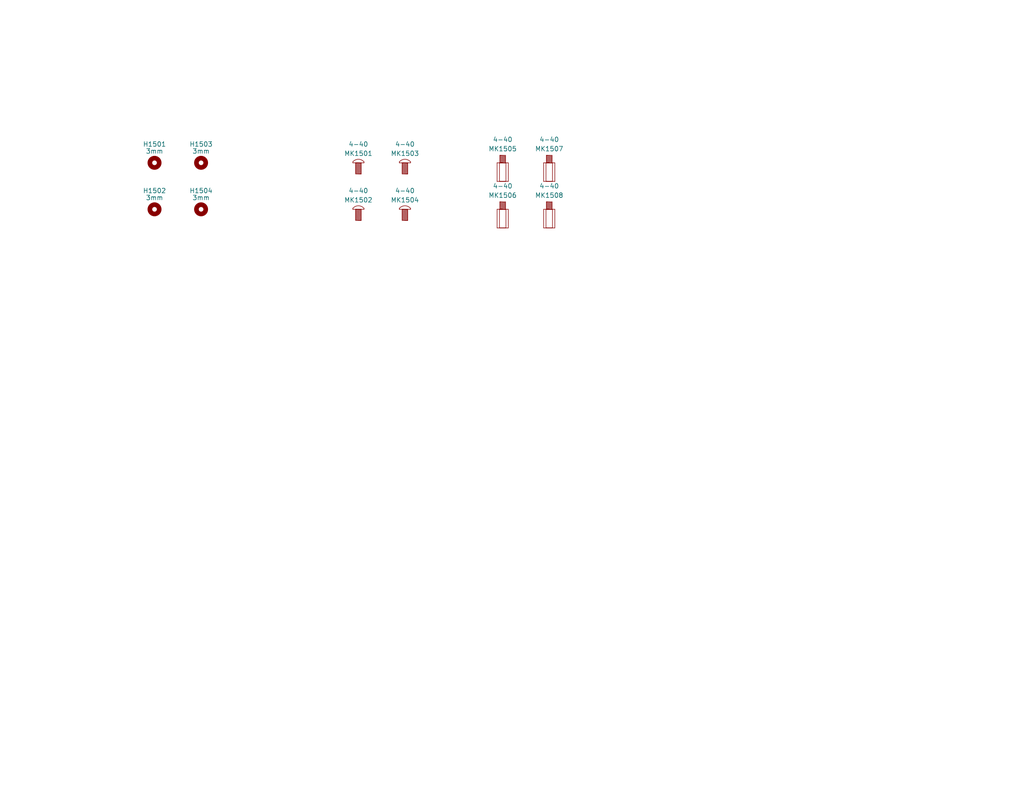
<source format=kicad_sch>
(kicad_sch (version 20230121) (generator eeschema)
  (paper "A")
  (title_block (title "Stopwatch") (date "2024-01-11") (rev "A") (company "Drew Maatman"))
  (lib_symbols
    (symbol "Custom_Library:Screw" (pin_numbers hide) (pin_names (offset 0) hide)
      (property "Reference" "MK" (at 0 2.54 0))
      (property "Value" "Screw" (at 0 5.08 0))
      (symbol "Screw_0_1"
        (rectangle (start -0.762 0) (end 0.762 -3.048))
        (polyline (pts (xy -1.524 0) (xy -1.524 0.254)))
        (polyline (pts (xy -1.524 0) (xy 1.524 0)))
        (polyline (pts (xy -0.762 -2.794) (xy 0.762 -3.048)))
        (polyline (pts (xy -0.762 -2.54) (xy 0.762 -2.794)))
        (polyline (pts (xy -0.762 -2.286) (xy 0.762 -2.54)))
        (polyline (pts (xy -0.762 -2.032) (xy 0.762 -2.286)))
        (polyline (pts (xy -0.762 -1.778) (xy 0.762 -2.032)))
        (polyline (pts (xy -0.762 -1.524) (xy 0.762 -1.778)))
        (polyline (pts (xy -0.762 -1.27) (xy 0.762 -1.524)))
        (polyline (pts (xy -0.762 -1.016) (xy 0.762 -1.27)))
        (polyline (pts (xy -0.762 -0.762) (xy 0.762 -1.016)))
        (polyline (pts (xy -0.762 -0.508) (xy 0.762 -0.762)))
        (polyline (pts (xy -0.762 -0.254) (xy 0.762 -0.508)))
        (polyline (pts (xy -0.762 0) (xy 0.762 -0.254)))
        (polyline (pts (xy 1.524 0) (xy 1.524 0.254)))
        (arc (start 1.524 0.254) (mid 0 0.9678) (end -1.524 0.254))
      )
    )
    (symbol "Custom_Library:Standoff" (pin_numbers hide) (pin_names (offset 0) hide)
      (property "Reference" "MK" (at 0 3.81 0))
      (property "Value" "Standoff" (at 0 6.35 0))
      (symbol "Standoff_0_1"
        (rectangle (start -1.524 -5.08) (end -1.524 0))
        (rectangle (start -1.524 0) (end 1.524 0))
        (rectangle (start -0.889 0) (end 0.889 -5.08))
        (rectangle (start -0.762 0) (end 0.762 0))
        (rectangle (start -0.762 2.032) (end -0.762 0))
        (polyline (pts (xy -0.762 0.254) (xy 0.762 0)))
        (polyline (pts (xy -0.762 0.508) (xy 0.762 0.254)))
        (polyline (pts (xy -0.762 0.762) (xy 0.762 0.508)))
        (polyline (pts (xy -0.762 1.016) (xy 0.762 0.762)))
        (polyline (pts (xy -0.762 1.27) (xy 0.762 1.016)))
        (polyline (pts (xy -0.762 1.524) (xy 0.762 1.27)))
        (polyline (pts (xy -0.762 1.778) (xy 0.762 1.524)))
        (polyline (pts (xy -0.762 2.032) (xy 0.762 1.778)))
        (rectangle (start 0.762 0) (end 0.762 2.032))
        (rectangle (start 0.762 2.032) (end -0.762 2.032))
        (rectangle (start 1.524 -5.08) (end -1.524 -5.08))
        (rectangle (start 1.524 0) (end 1.524 -5.08))
      )
    )
    (symbol "Mechanical:MountingHole" (pin_names (offset 1.016))
      (property "Reference" "H" (at 0 5.08 0))
      (property "Value" "MountingHole" (at 0 3.175 0))
      (symbol "MountingHole_0_1"
        (circle (center 0 0) (radius 1.27) (stroke (width 1.27)))
      )
    )
  )
  (symbol (lib_id "Mechanical:MountingHole") (at 42.164 44.45 0) (unit 1)
    (property "Reference" "H1501" (at 42.164 39.37 0))
    (property "Value" "3mm" (at 42.164 41.275 0))
    (property "Footprint" "MountingHole:MountingHole_3mm" (effects hide))
  )
  (symbol (lib_id "Mechanical:MountingHole") (at 54.864 44.45 0) (unit 1)
    (property "Reference" "H1503" (at 54.864 39.37 0))
    (property "Value" "3mm" (at 54.864 41.275 0))
    (property "Footprint" "MountingHole:MountingHole_3mm" (effects hide))
  )
  (symbol (lib_id "Mechanical:MountingHole") (at 42.164 57.15 0) (unit 1)
    (property "Reference" "H1502" (at 42.164 52.07 0))
    (property "Value" "3mm" (at 42.164 53.975 0))
    (property "Footprint" "MountingHole:MountingHole_3mm" (effects hide))
  )
  (symbol (lib_id "Mechanical:MountingHole") (at 54.864 57.15 0) (unit 1)
    (property "Reference" "H1504" (at 54.864 52.07 0))
    (property "Value" "3mm" (at 54.864 53.975 0))
    (property "Footprint" "MountingHole:MountingHole_3mm" (effects hide))
  )
  (symbol (lib_id "Custom_Library:Screw") (at 97.79 44.45 0) (unit 1)
    (property "Reference" "MK1501" (at 97.79 41.91 0))
    (property "Value" "4-40" (at 97.79 39.37 0))
    (property "Digi-Key PN" "36-9900-ND" (effects hide))
  )
  (symbol (lib_id "Custom_Library:Screw") (at 110.49 44.45 0) (unit 1)
    (property "Reference" "MK1503" (at 110.49 41.91 0))
    (property "Value" "4-40" (at 110.49 39.37 0))
    (property "Digi-Key PN" "36-9900-ND" (effects hide))
  )
  (symbol (lib_id "Custom_Library:Screw") (at 97.79 57.15 0) (unit 1)
    (property "Reference" "MK1502" (at 97.79 54.61 0))
    (property "Value" "4-40" (at 97.79 52.07 0))
    (property "Digi-Key PN" "36-9900-ND" (effects hide))
  )
  (symbol (lib_id "Custom_Library:Screw") (at 110.49 57.15 0) (unit 1)
    (property "Reference" "MK1504" (at 110.49 54.61 0))
    (property "Value" "4-40" (at 110.49 52.07 0))
    (property "Digi-Key PN" "36-9900-ND" (effects hide))
  )
  (symbol (lib_id "Custom_Library:Standoff") (at 137.16 44.45 0) (unit 1)
    (property "Reference" "MK1505" (at 137.16 40.64 0))
    (property "Value" "4-40" (at 137.16 38.1 0))
    (property "Digi-Key PN" "36-1892-ND" (effects hide))
  )
  (symbol (lib_id "Custom_Library:Standoff") (at 149.86 44.45 0) (unit 1)
    (property "Reference" "MK1507" (at 149.86 40.64 0))
    (property "Value" "4-40" (at 149.86 38.1 0))
    (property "Digi-Key PN" "36-1892-ND" (effects hide))
  )
  (symbol (lib_id "Custom_Library:Standoff") (at 137.16 57.15 0) (unit 1)
    (property "Reference" "MK1506" (at 137.16 53.34 0))
    (property "Value" "4-40" (at 137.16 50.8 0))
    (property "Digi-Key PN" "36-1892-ND" (effects hide))
  )
  (symbol (lib_id "Custom_Library:Standoff") (at 149.86 57.15 0) (unit 1)
    (property "Reference" "MK1508" (at 149.86 53.34 0))
    (property "Value" "4-40" (at 149.86 50.8 0))
    (property "Digi-Key PN" "36-1892-ND" (effects hide))
  )
)
</source>
